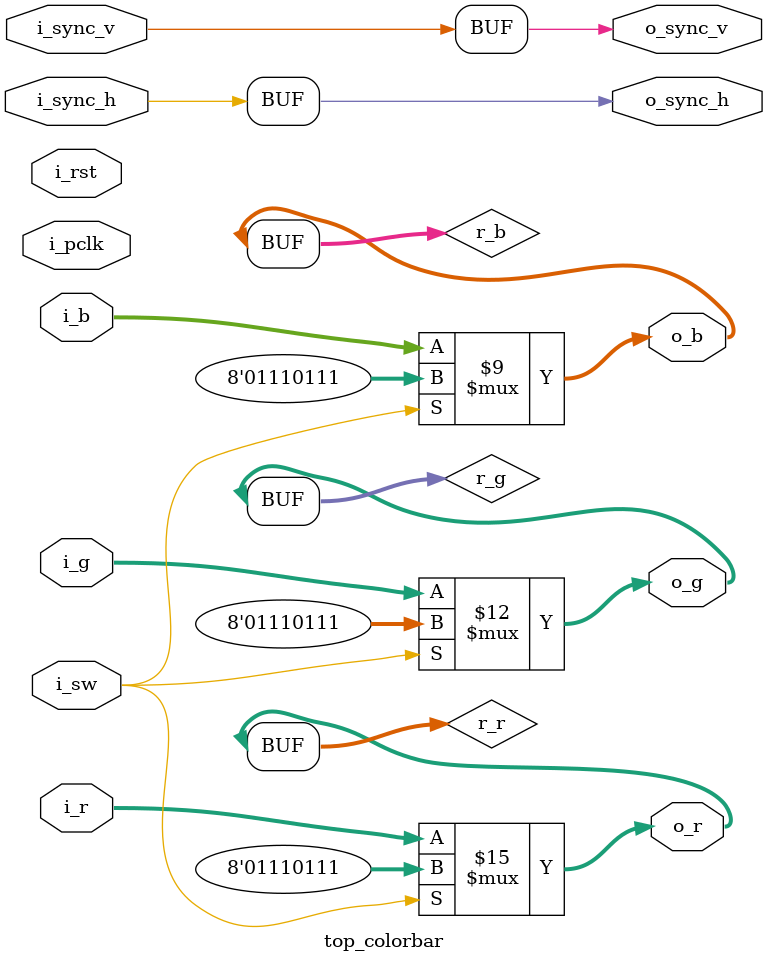
<source format=sv>
module top_colorbar#(
    parameter  through = "TRUE"
)
(
    input   i_pclk,
    input   i_rst,
    input   i_sync_h,
    input   i_sync_v,
    input   [7:0]   i_r,
    input   [7:0]   i_g,
    input   [7:0]   i_b,
    input           i_sw,
    output  o_sync_h,
    output  o_sync_v,
    output  [7:0]   o_r,
    output  [7:0]   o_g,
    output  [7:0]   o_b
);
    logic   [10:0]  r_hcount;
    logic   [10:0]  r_vcount;
    logic   [7:0]   r_r;
    logic   [7:0]   r_g;
    logic   [7:0]   r_b;

//// Sync Counter ////
    always_ff@(posedge i_pclk)begin
        if(i_rst)           r_hcount <= 11'd0;
        else if(i_sync_h)   r_hcount <= r_hcount + 1'b1 ;
        else                r_hcount <= 11'd0;
    end
    always_ff@(posedge i_pclk)begin
        if(i_rst)                       r_vcount <= 11'd0;
        else if(i_sync_v)begin
            if(r_hcount == 11'd1919)    r_vcount <= r_vcount + 1'b1;
            else                        r_vcount <= r_vcount;
        end
        else                            r_vcount <= 11'd0;
    end

//// Test Pattern Generate ////
//    always_comb begin
//        if(i_sw==1'b1)begin
//            if      (r_vcount < 11'd359)begin
//                r_r = r_hcount[7:0];
//                r_g = 11'd0;
//                r_b = 11'd0;
//            end
//            else if (r_vcount < 11'd719)begin
//                r_r = 11'd0;
//                r_g = r_hcount[7:0];
//                r_b = 11'd0;
//            end
//            else begin
//                r_r = 11'd0;
//                r_g = 11'd0;
//                r_b = r_hcount[7:0];
//            end
//        end
//        else begin
//            r_r = i_r;
//            r_g = i_g;
//            r_b = i_b;
//        end
//    end
    always_comb begin
        if(i_sw==1'b1)begin
                r_r = 8'h77;
                r_g = 8'h77;
                r_b = 8'h77;
        end
        else begin
            r_r = i_r;
            r_g = i_g;
            r_b = i_b;
        end
    end

//>> Through Sync >>//
    assign  o_r         = r_r;
    assign  o_g         = r_g;
    assign  o_b         = r_b;
    assign  o_sync_h    = i_sync_h;
    assign  o_sync_v    = i_sync_v;

endmodule


// top_colorbar#(
//     .through("TRUE")
// )
// (
//     .i_pclk     (),
//     .i_rst      (),
//     .i_sync_h   (),
//     .i_sync_v   (),
//     .i_r        (),
//     .i_g        (),
//     .i_b        (),
//     .o_sync_h   (),
//     .o_sync_v   (),
//     .o_r        (),
//     .o_g        (),
//     .o_b        ()
// );C:\project_xi\production_onechip_ver2\production_onechip_ver2.srcs\sources_1\imports\source\tpg__colorbar.sv
</source>
